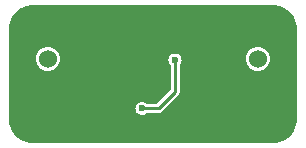
<source format=gbr>
%TF.GenerationSoftware,KiCad,Pcbnew,8.0.5*%
%TF.CreationDate,2024-10-31T22:44:31-05:00*%
%TF.ProjectId,Buck_Breakout,4275636b-5f42-4726-9561-6b6f75742e6b,rev?*%
%TF.SameCoordinates,Original*%
%TF.FileFunction,Copper,L2,Bot*%
%TF.FilePolarity,Positive*%
%FSLAX46Y46*%
G04 Gerber Fmt 4.6, Leading zero omitted, Abs format (unit mm)*
G04 Created by KiCad (PCBNEW 8.0.5) date 2024-10-31 22:44:31*
%MOMM*%
%LPD*%
G01*
G04 APERTURE LIST*
%TA.AperFunction,ComponentPad*%
%ADD10C,1.524000*%
%TD*%
%TA.AperFunction,ViaPad*%
%ADD11C,0.600000*%
%TD*%
%TA.AperFunction,Conductor*%
%ADD12C,0.254000*%
%TD*%
G04 APERTURE END LIST*
D10*
%TO.P,Conn1,1*%
%TO.N,GND*%
X74930000Y-58420000D03*
%TO.P,Conn1,2*%
%TO.N,INPUT*%
X74930000Y-55880000D03*
%TD*%
%TO.P,Conn2,1*%
%TO.N,OUTPUT*%
X92710000Y-55880000D03*
%TO.P,Conn2,2*%
%TO.N,GND*%
X92710000Y-58420000D03*
%TD*%
D11*
%TO.N,GND*%
X84074000Y-54356000D03*
%TO.N,OUTPUT*%
X85698500Y-55988500D03*
X82904500Y-60071000D03*
%TD*%
D12*
%TO.N,OUTPUT*%
X85698500Y-58674000D02*
X84301500Y-60071000D01*
X84301500Y-60071000D02*
X82904500Y-60071000D01*
X85698500Y-55988500D02*
X85698500Y-58674000D01*
%TD*%
%TA.AperFunction,Conductor*%
%TO.N,GND*%
G36*
X93984042Y-51300765D02*
G01*
X94006774Y-51302254D01*
X94238114Y-51317417D01*
X94254172Y-51319532D01*
X94499888Y-51368408D01*
X94515554Y-51372606D01*
X94666736Y-51423925D01*
X94752788Y-51453136D01*
X94767765Y-51459339D01*
X94985336Y-51566633D01*
X94992460Y-51570146D01*
X95006508Y-51578256D01*
X95214815Y-51717443D01*
X95227679Y-51727314D01*
X95416033Y-51892497D01*
X95427502Y-51903966D01*
X95592685Y-52092320D01*
X95602559Y-52105188D01*
X95741743Y-52313492D01*
X95749853Y-52327539D01*
X95860657Y-52552227D01*
X95866864Y-52567213D01*
X95947393Y-52804445D01*
X95951591Y-52820111D01*
X96000465Y-53065813D01*
X96002583Y-53081895D01*
X96019235Y-53335956D01*
X96019500Y-53344066D01*
X96019500Y-60955933D01*
X96019235Y-60964043D01*
X96002583Y-61218104D01*
X96000465Y-61234186D01*
X95951591Y-61479888D01*
X95947393Y-61495554D01*
X95866864Y-61732786D01*
X95860657Y-61747772D01*
X95749853Y-61972460D01*
X95741743Y-61986507D01*
X95602559Y-62194811D01*
X95592685Y-62207679D01*
X95427502Y-62396033D01*
X95416033Y-62407502D01*
X95227679Y-62572685D01*
X95214811Y-62582559D01*
X95006507Y-62721743D01*
X94992460Y-62729853D01*
X94767772Y-62840657D01*
X94752786Y-62846864D01*
X94515554Y-62927393D01*
X94499888Y-62931591D01*
X94254186Y-62980465D01*
X94238104Y-62982583D01*
X93984043Y-62999235D01*
X93975933Y-62999500D01*
X73664067Y-62999500D01*
X73655957Y-62999235D01*
X73401895Y-62982583D01*
X73385814Y-62980465D01*
X73350770Y-62973494D01*
X73140111Y-62931591D01*
X73124445Y-62927393D01*
X72887213Y-62846864D01*
X72872227Y-62840657D01*
X72647539Y-62729853D01*
X72633492Y-62721743D01*
X72425188Y-62582559D01*
X72412320Y-62572685D01*
X72223966Y-62407502D01*
X72212497Y-62396033D01*
X72047314Y-62207679D01*
X72037440Y-62194811D01*
X71898256Y-61986507D01*
X71890146Y-61972460D01*
X71779464Y-61748019D01*
X71779339Y-61747765D01*
X71773135Y-61732786D01*
X71692606Y-61495554D01*
X71688408Y-61479888D01*
X71679736Y-61436292D01*
X71639532Y-61234172D01*
X71637417Y-61218114D01*
X71620765Y-60964042D01*
X71620500Y-60955933D01*
X71620500Y-60070998D01*
X82345215Y-60070998D01*
X82345215Y-60071001D01*
X82364271Y-60215752D01*
X82364273Y-60215757D01*
X82420142Y-60350638D01*
X82420145Y-60350644D01*
X82509025Y-60466473D01*
X82509026Y-60466474D01*
X82624855Y-60555354D01*
X82624861Y-60555357D01*
X82692301Y-60583291D01*
X82759746Y-60611228D01*
X82832123Y-60620756D01*
X82904499Y-60630285D01*
X82904500Y-60630285D01*
X82904501Y-60630285D01*
X82952751Y-60623932D01*
X83049254Y-60611228D01*
X83184143Y-60555355D01*
X83284790Y-60478124D01*
X83349959Y-60452930D01*
X83360277Y-60452500D01*
X84351722Y-60452500D01*
X84351725Y-60452500D01*
X84448754Y-60426501D01*
X84535747Y-60376276D01*
X84606776Y-60305247D01*
X84606776Y-60305246D01*
X85922537Y-58989483D01*
X85922542Y-58989480D01*
X85932745Y-58979276D01*
X85932747Y-58979276D01*
X86003776Y-58908247D01*
X86054001Y-58821254D01*
X86080000Y-58724225D01*
X86080000Y-56444277D01*
X86099685Y-56377238D01*
X86105625Y-56368790D01*
X86182854Y-56268144D01*
X86182853Y-56268144D01*
X86182855Y-56268143D01*
X86238728Y-56133254D01*
X86257785Y-55988500D01*
X86243501Y-55880000D01*
X91688582Y-55880000D01*
X91708208Y-56079271D01*
X91766333Y-56270881D01*
X91860718Y-56447463D01*
X91860720Y-56447465D01*
X91860722Y-56447469D01*
X91921724Y-56521801D01*
X91987747Y-56602252D01*
X92053770Y-56656434D01*
X92142531Y-56729278D01*
X92142534Y-56729280D01*
X92142536Y-56729281D01*
X92319118Y-56823666D01*
X92319120Y-56823667D01*
X92510731Y-56881792D01*
X92710000Y-56901418D01*
X92909269Y-56881792D01*
X93100880Y-56823667D01*
X93277469Y-56729278D01*
X93432252Y-56602252D01*
X93559278Y-56447469D01*
X93653667Y-56270880D01*
X93711792Y-56079269D01*
X93731418Y-55880000D01*
X93711792Y-55680731D01*
X93653667Y-55489120D01*
X93559278Y-55312531D01*
X93486434Y-55223770D01*
X93432252Y-55157747D01*
X93351801Y-55091724D01*
X93277469Y-55030722D01*
X93277465Y-55030720D01*
X93277463Y-55030718D01*
X93100881Y-54936333D01*
X92909271Y-54878208D01*
X92710000Y-54858582D01*
X92510728Y-54878208D01*
X92319118Y-54936333D01*
X92142536Y-55030718D01*
X91987747Y-55157747D01*
X91860718Y-55312536D01*
X91766333Y-55489118D01*
X91708208Y-55680728D01*
X91688582Y-55880000D01*
X86243501Y-55880000D01*
X86238728Y-55843746D01*
X86182855Y-55708858D01*
X86093974Y-55593026D01*
X85978143Y-55504145D01*
X85978140Y-55504144D01*
X85978138Y-55504142D01*
X85843257Y-55448273D01*
X85843252Y-55448271D01*
X85698501Y-55429215D01*
X85698499Y-55429215D01*
X85553747Y-55448271D01*
X85553745Y-55448272D01*
X85418861Y-55504143D01*
X85303026Y-55593026D01*
X85214143Y-55708861D01*
X85158272Y-55843745D01*
X85158271Y-55843747D01*
X85139215Y-55988498D01*
X85139215Y-55988501D01*
X85158271Y-56133252D01*
X85158273Y-56133257D01*
X85214142Y-56268138D01*
X85214145Y-56268144D01*
X85291375Y-56368790D01*
X85316570Y-56433959D01*
X85317000Y-56444277D01*
X85317000Y-58464615D01*
X85297315Y-58531654D01*
X85280681Y-58552296D01*
X84179796Y-59653181D01*
X84118473Y-59686666D01*
X84092115Y-59689500D01*
X83360277Y-59689500D01*
X83293238Y-59669815D01*
X83284790Y-59663875D01*
X83184144Y-59586645D01*
X83184138Y-59586642D01*
X83049257Y-59530773D01*
X83049252Y-59530771D01*
X82904501Y-59511715D01*
X82904499Y-59511715D01*
X82759747Y-59530771D01*
X82759745Y-59530772D01*
X82624861Y-59586643D01*
X82509026Y-59675526D01*
X82420143Y-59791361D01*
X82364272Y-59926245D01*
X82364271Y-59926247D01*
X82345215Y-60070998D01*
X71620500Y-60070998D01*
X71620500Y-55880000D01*
X73908582Y-55880000D01*
X73928208Y-56079271D01*
X73986333Y-56270881D01*
X74080718Y-56447463D01*
X74080720Y-56447465D01*
X74080722Y-56447469D01*
X74141724Y-56521801D01*
X74207747Y-56602252D01*
X74273770Y-56656434D01*
X74362531Y-56729278D01*
X74362534Y-56729280D01*
X74362536Y-56729281D01*
X74539118Y-56823666D01*
X74539120Y-56823667D01*
X74730731Y-56881792D01*
X74930000Y-56901418D01*
X75129269Y-56881792D01*
X75320880Y-56823667D01*
X75497469Y-56729278D01*
X75652252Y-56602252D01*
X75779278Y-56447469D01*
X75873667Y-56270880D01*
X75931792Y-56079269D01*
X75951418Y-55880000D01*
X75931792Y-55680731D01*
X75873667Y-55489120D01*
X75779278Y-55312531D01*
X75706434Y-55223770D01*
X75652252Y-55157747D01*
X75571801Y-55091724D01*
X75497469Y-55030722D01*
X75497465Y-55030720D01*
X75497463Y-55030718D01*
X75320881Y-54936333D01*
X75129271Y-54878208D01*
X74930000Y-54858582D01*
X74730728Y-54878208D01*
X74539118Y-54936333D01*
X74362536Y-55030718D01*
X74207747Y-55157747D01*
X74080718Y-55312536D01*
X73986333Y-55489118D01*
X73928208Y-55680728D01*
X73908582Y-55880000D01*
X71620500Y-55880000D01*
X71620500Y-53344066D01*
X71620765Y-53335957D01*
X71624819Y-53274108D01*
X71637417Y-53081883D01*
X71639531Y-53065829D01*
X71688409Y-52820107D01*
X71692606Y-52804445D01*
X71716197Y-52734945D01*
X71773138Y-52567205D01*
X71779336Y-52552239D01*
X71890149Y-52327533D01*
X71898252Y-52313498D01*
X72037448Y-52105176D01*
X72047305Y-52092331D01*
X72212502Y-51903960D01*
X72223960Y-51892502D01*
X72412331Y-51727305D01*
X72425176Y-51717448D01*
X72633498Y-51578252D01*
X72647533Y-51570149D01*
X72872239Y-51459336D01*
X72887205Y-51453138D01*
X73054945Y-51396197D01*
X73124445Y-51372606D01*
X73140107Y-51368409D01*
X73385829Y-51319531D01*
X73401883Y-51317417D01*
X73634848Y-51302148D01*
X73655958Y-51300765D01*
X73664067Y-51300500D01*
X73725892Y-51300500D01*
X93914108Y-51300500D01*
X93975933Y-51300500D01*
X93984042Y-51300765D01*
G37*
%TD.AperFunction*%
%TD*%
M02*

</source>
